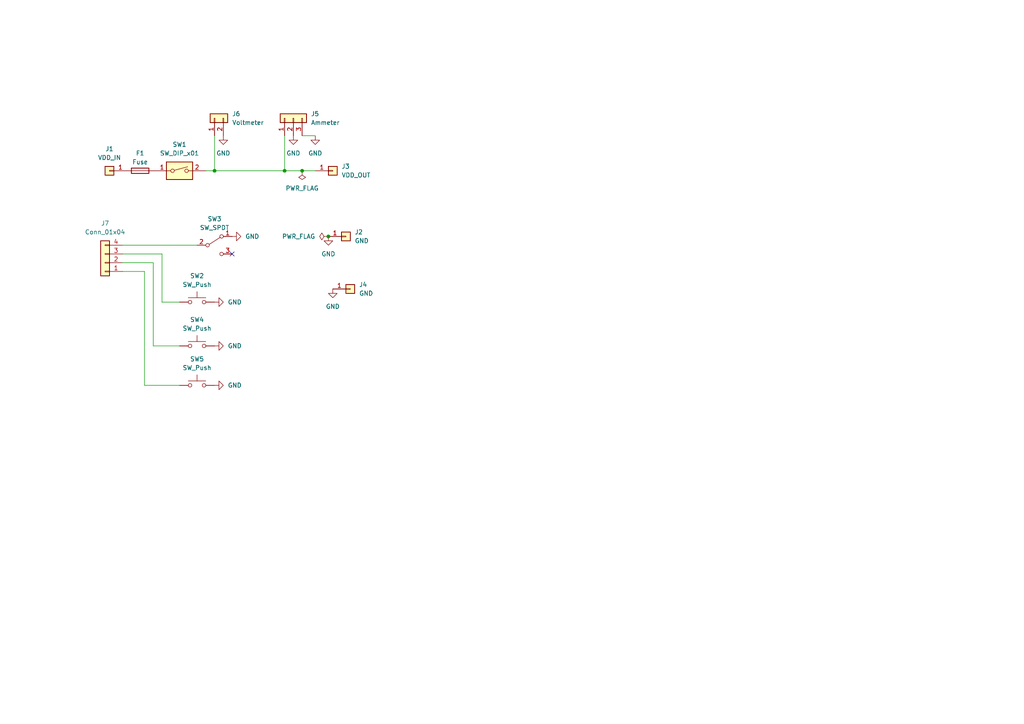
<source format=kicad_sch>
(kicad_sch (version 20230121) (generator eeschema)

  (uuid 88b1ede4-99cb-4604-8dda-0ab246c2fd79)

  (paper "A4")

  (lib_symbols
    (symbol "Connector_Generic:Conn_01x01" (pin_names (offset 1.016) hide) (in_bom yes) (on_board yes)
      (property "Reference" "J" (at 0 2.54 0)
        (effects (font (size 1.27 1.27)))
      )
      (property "Value" "Conn_01x01" (at 0 -2.54 0)
        (effects (font (size 1.27 1.27)))
      )
      (property "Footprint" "" (at 0 0 0)
        (effects (font (size 1.27 1.27)) hide)
      )
      (property "Datasheet" "~" (at 0 0 0)
        (effects (font (size 1.27 1.27)) hide)
      )
      (property "ki_keywords" "connector" (at 0 0 0)
        (effects (font (size 1.27 1.27)) hide)
      )
      (property "ki_description" "Generic connector, single row, 01x01, script generated (kicad-library-utils/schlib/autogen/connector/)" (at 0 0 0)
        (effects (font (size 1.27 1.27)) hide)
      )
      (property "ki_fp_filters" "Connector*:*_1x??_*" (at 0 0 0)
        (effects (font (size 1.27 1.27)) hide)
      )
      (symbol "Conn_01x01_1_1"
        (rectangle (start -1.27 0.127) (end 0 -0.127)
          (stroke (width 0.1524) (type default))
          (fill (type none))
        )
        (rectangle (start -1.27 1.27) (end 1.27 -1.27)
          (stroke (width 0.254) (type default))
          (fill (type background))
        )
        (pin passive line (at -5.08 0 0) (length 3.81)
          (name "Pin_1" (effects (font (size 1.27 1.27))))
          (number "1" (effects (font (size 1.27 1.27))))
        )
      )
    )
    (symbol "Connector_Generic:Conn_01x02" (pin_names (offset 1.016) hide) (in_bom yes) (on_board yes)
      (property "Reference" "J" (at 0 2.54 0)
        (effects (font (size 1.27 1.27)))
      )
      (property "Value" "Conn_01x02" (at 0 -5.08 0)
        (effects (font (size 1.27 1.27)))
      )
      (property "Footprint" "" (at 0 0 0)
        (effects (font (size 1.27 1.27)) hide)
      )
      (property "Datasheet" "~" (at 0 0 0)
        (effects (font (size 1.27 1.27)) hide)
      )
      (property "ki_keywords" "connector" (at 0 0 0)
        (effects (font (size 1.27 1.27)) hide)
      )
      (property "ki_description" "Generic connector, single row, 01x02, script generated (kicad-library-utils/schlib/autogen/connector/)" (at 0 0 0)
        (effects (font (size 1.27 1.27)) hide)
      )
      (property "ki_fp_filters" "Connector*:*_1x??_*" (at 0 0 0)
        (effects (font (size 1.27 1.27)) hide)
      )
      (symbol "Conn_01x02_1_1"
        (rectangle (start -1.27 -2.413) (end 0 -2.667)
          (stroke (width 0.1524) (type default))
          (fill (type none))
        )
        (rectangle (start -1.27 0.127) (end 0 -0.127)
          (stroke (width 0.1524) (type default))
          (fill (type none))
        )
        (rectangle (start -1.27 1.27) (end 1.27 -3.81)
          (stroke (width 0.254) (type default))
          (fill (type background))
        )
        (pin passive line (at -5.08 0 0) (length 3.81)
          (name "Pin_1" (effects (font (size 1.27 1.27))))
          (number "1" (effects (font (size 1.27 1.27))))
        )
        (pin passive line (at -5.08 -2.54 0) (length 3.81)
          (name "Pin_2" (effects (font (size 1.27 1.27))))
          (number "2" (effects (font (size 1.27 1.27))))
        )
      )
    )
    (symbol "Connector_Generic:Conn_01x03" (pin_names (offset 1.016) hide) (in_bom yes) (on_board yes)
      (property "Reference" "J" (at 0 5.08 0)
        (effects (font (size 1.27 1.27)))
      )
      (property "Value" "Conn_01x03" (at 0 -5.08 0)
        (effects (font (size 1.27 1.27)))
      )
      (property "Footprint" "" (at 0 0 0)
        (effects (font (size 1.27 1.27)) hide)
      )
      (property "Datasheet" "~" (at 0 0 0)
        (effects (font (size 1.27 1.27)) hide)
      )
      (property "ki_keywords" "connector" (at 0 0 0)
        (effects (font (size 1.27 1.27)) hide)
      )
      (property "ki_description" "Generic connector, single row, 01x03, script generated (kicad-library-utils/schlib/autogen/connector/)" (at 0 0 0)
        (effects (font (size 1.27 1.27)) hide)
      )
      (property "ki_fp_filters" "Connector*:*_1x??_*" (at 0 0 0)
        (effects (font (size 1.27 1.27)) hide)
      )
      (symbol "Conn_01x03_1_1"
        (rectangle (start -1.27 -2.413) (end 0 -2.667)
          (stroke (width 0.1524) (type default))
          (fill (type none))
        )
        (rectangle (start -1.27 0.127) (end 0 -0.127)
          (stroke (width 0.1524) (type default))
          (fill (type none))
        )
        (rectangle (start -1.27 2.667) (end 0 2.413)
          (stroke (width 0.1524) (type default))
          (fill (type none))
        )
        (rectangle (start -1.27 3.81) (end 1.27 -3.81)
          (stroke (width 0.254) (type default))
          (fill (type background))
        )
        (pin passive line (at -5.08 2.54 0) (length 3.81)
          (name "Pin_1" (effects (font (size 1.27 1.27))))
          (number "1" (effects (font (size 1.27 1.27))))
        )
        (pin passive line (at -5.08 0 0) (length 3.81)
          (name "Pin_2" (effects (font (size 1.27 1.27))))
          (number "2" (effects (font (size 1.27 1.27))))
        )
        (pin passive line (at -5.08 -2.54 0) (length 3.81)
          (name "Pin_3" (effects (font (size 1.27 1.27))))
          (number "3" (effects (font (size 1.27 1.27))))
        )
      )
    )
    (symbol "Connector_Generic:Conn_01x04" (pin_names (offset 1.016) hide) (in_bom yes) (on_board yes)
      (property "Reference" "J" (at 0 5.08 0)
        (effects (font (size 1.27 1.27)))
      )
      (property "Value" "Conn_01x04" (at 0 -7.62 0)
        (effects (font (size 1.27 1.27)))
      )
      (property "Footprint" "" (at 0 0 0)
        (effects (font (size 1.27 1.27)) hide)
      )
      (property "Datasheet" "~" (at 0 0 0)
        (effects (font (size 1.27 1.27)) hide)
      )
      (property "ki_keywords" "connector" (at 0 0 0)
        (effects (font (size 1.27 1.27)) hide)
      )
      (property "ki_description" "Generic connector, single row, 01x04, script generated (kicad-library-utils/schlib/autogen/connector/)" (at 0 0 0)
        (effects (font (size 1.27 1.27)) hide)
      )
      (property "ki_fp_filters" "Connector*:*_1x??_*" (at 0 0 0)
        (effects (font (size 1.27 1.27)) hide)
      )
      (symbol "Conn_01x04_1_1"
        (rectangle (start -1.27 -4.953) (end 0 -5.207)
          (stroke (width 0.1524) (type default))
          (fill (type none))
        )
        (rectangle (start -1.27 -2.413) (end 0 -2.667)
          (stroke (width 0.1524) (type default))
          (fill (type none))
        )
        (rectangle (start -1.27 0.127) (end 0 -0.127)
          (stroke (width 0.1524) (type default))
          (fill (type none))
        )
        (rectangle (start -1.27 2.667) (end 0 2.413)
          (stroke (width 0.1524) (type default))
          (fill (type none))
        )
        (rectangle (start -1.27 3.81) (end 1.27 -6.35)
          (stroke (width 0.254) (type default))
          (fill (type background))
        )
        (pin passive line (at -5.08 2.54 0) (length 3.81)
          (name "Pin_1" (effects (font (size 1.27 1.27))))
          (number "1" (effects (font (size 1.27 1.27))))
        )
        (pin passive line (at -5.08 0 0) (length 3.81)
          (name "Pin_2" (effects (font (size 1.27 1.27))))
          (number "2" (effects (font (size 1.27 1.27))))
        )
        (pin passive line (at -5.08 -2.54 0) (length 3.81)
          (name "Pin_3" (effects (font (size 1.27 1.27))))
          (number "3" (effects (font (size 1.27 1.27))))
        )
        (pin passive line (at -5.08 -5.08 0) (length 3.81)
          (name "Pin_4" (effects (font (size 1.27 1.27))))
          (number "4" (effects (font (size 1.27 1.27))))
        )
      )
    )
    (symbol "Device:Fuse" (pin_numbers hide) (pin_names (offset 0)) (in_bom yes) (on_board yes)
      (property "Reference" "F" (at 2.032 0 90)
        (effects (font (size 1.27 1.27)))
      )
      (property "Value" "Fuse" (at -1.905 0 90)
        (effects (font (size 1.27 1.27)))
      )
      (property "Footprint" "" (at -1.778 0 90)
        (effects (font (size 1.27 1.27)) hide)
      )
      (property "Datasheet" "~" (at 0 0 0)
        (effects (font (size 1.27 1.27)) hide)
      )
      (property "ki_keywords" "fuse" (at 0 0 0)
        (effects (font (size 1.27 1.27)) hide)
      )
      (property "ki_description" "Fuse" (at 0 0 0)
        (effects (font (size 1.27 1.27)) hide)
      )
      (property "ki_fp_filters" "*Fuse*" (at 0 0 0)
        (effects (font (size 1.27 1.27)) hide)
      )
      (symbol "Fuse_0_1"
        (rectangle (start -0.762 -2.54) (end 0.762 2.54)
          (stroke (width 0.254) (type default))
          (fill (type none))
        )
        (polyline
          (pts
            (xy 0 2.54)
            (xy 0 -2.54)
          )
          (stroke (width 0) (type default))
          (fill (type none))
        )
      )
      (symbol "Fuse_1_1"
        (pin passive line (at 0 3.81 270) (length 1.27)
          (name "~" (effects (font (size 1.27 1.27))))
          (number "1" (effects (font (size 1.27 1.27))))
        )
        (pin passive line (at 0 -3.81 90) (length 1.27)
          (name "~" (effects (font (size 1.27 1.27))))
          (number "2" (effects (font (size 1.27 1.27))))
        )
      )
    )
    (symbol "Switch:SW_DIP_x01" (pin_names (offset 0) hide) (in_bom yes) (on_board yes)
      (property "Reference" "SW" (at 0 3.81 0)
        (effects (font (size 1.27 1.27)))
      )
      (property "Value" "SW_DIP_x01" (at 0 -3.81 0)
        (effects (font (size 1.27 1.27)))
      )
      (property "Footprint" "" (at 0 0 0)
        (effects (font (size 1.27 1.27)) hide)
      )
      (property "Datasheet" "~" (at 0 0 0)
        (effects (font (size 1.27 1.27)) hide)
      )
      (property "ki_keywords" "dip switch" (at 0 0 0)
        (effects (font (size 1.27 1.27)) hide)
      )
      (property "ki_description" "1x DIP Switch, Single Pole Single Throw (SPST) switch, small symbol" (at 0 0 0)
        (effects (font (size 1.27 1.27)) hide)
      )
      (property "ki_fp_filters" "SW?DIP?x1*" (at 0 0 0)
        (effects (font (size 1.27 1.27)) hide)
      )
      (symbol "SW_DIP_x01_0_0"
        (circle (center -2.032 0) (radius 0.508)
          (stroke (width 0) (type default))
          (fill (type none))
        )
        (polyline
          (pts
            (xy -1.524 0.127)
            (xy 2.3622 1.1684)
          )
          (stroke (width 0) (type default))
          (fill (type none))
        )
        (circle (center 2.032 0) (radius 0.508)
          (stroke (width 0) (type default))
          (fill (type none))
        )
      )
      (symbol "SW_DIP_x01_0_1"
        (rectangle (start -3.81 2.54) (end 3.81 -2.54)
          (stroke (width 0.254) (type default))
          (fill (type background))
        )
      )
      (symbol "SW_DIP_x01_1_1"
        (pin passive line (at -7.62 0 0) (length 5.08)
          (name "~" (effects (font (size 1.27 1.27))))
          (number "1" (effects (font (size 1.27 1.27))))
        )
        (pin passive line (at 7.62 0 180) (length 5.08)
          (name "~" (effects (font (size 1.27 1.27))))
          (number "2" (effects (font (size 1.27 1.27))))
        )
      )
    )
    (symbol "Switch:SW_Push" (pin_numbers hide) (pin_names (offset 1.016) hide) (in_bom yes) (on_board yes)
      (property "Reference" "SW" (at 1.27 2.54 0)
        (effects (font (size 1.27 1.27)) (justify left))
      )
      (property "Value" "SW_Push" (at 0 -1.524 0)
        (effects (font (size 1.27 1.27)))
      )
      (property "Footprint" "" (at 0 5.08 0)
        (effects (font (size 1.27 1.27)) hide)
      )
      (property "Datasheet" "~" (at 0 5.08 0)
        (effects (font (size 1.27 1.27)) hide)
      )
      (property "ki_keywords" "switch normally-open pushbutton push-button" (at 0 0 0)
        (effects (font (size 1.27 1.27)) hide)
      )
      (property "ki_description" "Push button switch, generic, two pins" (at 0 0 0)
        (effects (font (size 1.27 1.27)) hide)
      )
      (symbol "SW_Push_0_1"
        (circle (center -2.032 0) (radius 0.508)
          (stroke (width 0) (type default))
          (fill (type none))
        )
        (polyline
          (pts
            (xy 0 1.27)
            (xy 0 3.048)
          )
          (stroke (width 0) (type default))
          (fill (type none))
        )
        (polyline
          (pts
            (xy 2.54 1.27)
            (xy -2.54 1.27)
          )
          (stroke (width 0) (type default))
          (fill (type none))
        )
        (circle (center 2.032 0) (radius 0.508)
          (stroke (width 0) (type default))
          (fill (type none))
        )
        (pin passive line (at -5.08 0 0) (length 2.54)
          (name "1" (effects (font (size 1.27 1.27))))
          (number "1" (effects (font (size 1.27 1.27))))
        )
        (pin passive line (at 5.08 0 180) (length 2.54)
          (name "2" (effects (font (size 1.27 1.27))))
          (number "2" (effects (font (size 1.27 1.27))))
        )
      )
    )
    (symbol "Switch:SW_SPDT" (pin_names (offset 0) hide) (in_bom yes) (on_board yes)
      (property "Reference" "SW" (at 0 4.318 0)
        (effects (font (size 1.27 1.27)))
      )
      (property "Value" "SW_SPDT" (at 0 -5.08 0)
        (effects (font (size 1.27 1.27)))
      )
      (property "Footprint" "" (at 0 0 0)
        (effects (font (size 1.27 1.27)) hide)
      )
      (property "Datasheet" "~" (at 0 0 0)
        (effects (font (size 1.27 1.27)) hide)
      )
      (property "ki_keywords" "switch single-pole double-throw spdt ON-ON" (at 0 0 0)
        (effects (font (size 1.27 1.27)) hide)
      )
      (property "ki_description" "Switch, single pole double throw" (at 0 0 0)
        (effects (font (size 1.27 1.27)) hide)
      )
      (symbol "SW_SPDT_0_0"
        (circle (center -2.032 0) (radius 0.508)
          (stroke (width 0) (type default))
          (fill (type none))
        )
        (circle (center 2.032 -2.54) (radius 0.508)
          (stroke (width 0) (type default))
          (fill (type none))
        )
      )
      (symbol "SW_SPDT_0_1"
        (polyline
          (pts
            (xy -1.524 0.254)
            (xy 1.651 2.286)
          )
          (stroke (width 0) (type default))
          (fill (type none))
        )
        (circle (center 2.032 2.54) (radius 0.508)
          (stroke (width 0) (type default))
          (fill (type none))
        )
      )
      (symbol "SW_SPDT_1_1"
        (pin passive line (at 5.08 2.54 180) (length 2.54)
          (name "A" (effects (font (size 1.27 1.27))))
          (number "1" (effects (font (size 1.27 1.27))))
        )
        (pin passive line (at -5.08 0 0) (length 2.54)
          (name "B" (effects (font (size 1.27 1.27))))
          (number "2" (effects (font (size 1.27 1.27))))
        )
        (pin passive line (at 5.08 -2.54 180) (length 2.54)
          (name "C" (effects (font (size 1.27 1.27))))
          (number "3" (effects (font (size 1.27 1.27))))
        )
      )
    )
    (symbol "power:GND" (power) (pin_names (offset 0)) (in_bom yes) (on_board yes)
      (property "Reference" "#PWR" (at 0 -6.35 0)
        (effects (font (size 1.27 1.27)) hide)
      )
      (property "Value" "GND" (at 0 -3.81 0)
        (effects (font (size 1.27 1.27)))
      )
      (property "Footprint" "" (at 0 0 0)
        (effects (font (size 1.27 1.27)) hide)
      )
      (property "Datasheet" "" (at 0 0 0)
        (effects (font (size 1.27 1.27)) hide)
      )
      (property "ki_keywords" "global power" (at 0 0 0)
        (effects (font (size 1.27 1.27)) hide)
      )
      (property "ki_description" "Power symbol creates a global label with name \"GND\" , ground" (at 0 0 0)
        (effects (font (size 1.27 1.27)) hide)
      )
      (symbol "GND_0_1"
        (polyline
          (pts
            (xy 0 0)
            (xy 0 -1.27)
            (xy 1.27 -1.27)
            (xy 0 -2.54)
            (xy -1.27 -1.27)
            (xy 0 -1.27)
          )
          (stroke (width 0) (type default))
          (fill (type none))
        )
      )
      (symbol "GND_1_1"
        (pin power_in line (at 0 0 270) (length 0) hide
          (name "GND" (effects (font (size 1.27 1.27))))
          (number "1" (effects (font (size 1.27 1.27))))
        )
      )
    )
    (symbol "power:PWR_FLAG" (power) (pin_numbers hide) (pin_names (offset 0) hide) (in_bom yes) (on_board yes)
      (property "Reference" "#FLG" (at 0 1.905 0)
        (effects (font (size 1.27 1.27)) hide)
      )
      (property "Value" "PWR_FLAG" (at 0 3.81 0)
        (effects (font (size 1.27 1.27)))
      )
      (property "Footprint" "" (at 0 0 0)
        (effects (font (size 1.27 1.27)) hide)
      )
      (property "Datasheet" "~" (at 0 0 0)
        (effects (font (size 1.27 1.27)) hide)
      )
      (property "ki_keywords" "flag power" (at 0 0 0)
        (effects (font (size 1.27 1.27)) hide)
      )
      (property "ki_description" "Special symbol for telling ERC where power comes from" (at 0 0 0)
        (effects (font (size 1.27 1.27)) hide)
      )
      (symbol "PWR_FLAG_0_0"
        (pin power_out line (at 0 0 90) (length 0)
          (name "pwr" (effects (font (size 1.27 1.27))))
          (number "1" (effects (font (size 1.27 1.27))))
        )
      )
      (symbol "PWR_FLAG_0_1"
        (polyline
          (pts
            (xy 0 0)
            (xy 0 1.27)
            (xy -1.016 1.905)
            (xy 0 2.54)
            (xy 1.016 1.905)
            (xy 0 1.27)
          )
          (stroke (width 0) (type default))
          (fill (type none))
        )
      )
    )
  )

  (junction (at 87.63 49.53) (diameter 0) (color 0 0 0 0)
    (uuid 40b6d751-0823-4501-b46b-b7e27954f099)
  )
  (junction (at 95.25 68.58) (diameter 0) (color 0 0 0 0)
    (uuid 7339ed12-315a-424a-9ab6-fe32728fa25d)
  )
  (junction (at 62.23 49.53) (diameter 0) (color 0 0 0 0)
    (uuid bc580e81-790e-473e-a834-bf9109361caf)
  )
  (junction (at 82.55 49.53) (diameter 0) (color 0 0 0 0)
    (uuid fbc8d847-2c72-4213-b023-1f8589876457)
  )

  (no_connect (at 67.31 73.66) (uuid 7a290e7f-a577-4ccf-99ec-5284625553ae))

  (wire (pts (xy 41.91 78.74) (xy 41.91 111.76))
    (stroke (width 0) (type default))
    (uuid 05fdef9d-6ad4-4267-9274-08e1a5100a1c)
  )
  (wire (pts (xy 87.63 39.37) (xy 91.44 39.37))
    (stroke (width 0) (type default))
    (uuid 1013a744-a37f-452b-82c8-a23e097fabe0)
  )
  (wire (pts (xy 44.45 100.33) (xy 52.07 100.33))
    (stroke (width 0) (type default))
    (uuid 20c1947c-47ca-41ec-a833-b4eee9893820)
  )
  (wire (pts (xy 62.23 39.37) (xy 62.23 49.53))
    (stroke (width 0) (type default))
    (uuid 29c974a4-b36b-46e0-adf7-a016d312c13e)
  )
  (wire (pts (xy 35.56 73.66) (xy 46.99 73.66))
    (stroke (width 0) (type default))
    (uuid 46c975e3-0313-4655-b47a-1fac85871598)
  )
  (wire (pts (xy 82.55 39.37) (xy 82.55 49.53))
    (stroke (width 0) (type default))
    (uuid 4800123f-2814-4d67-9c85-aa32a7bb0ca6)
  )
  (wire (pts (xy 62.23 49.53) (xy 82.55 49.53))
    (stroke (width 0) (type default))
    (uuid 511c6b26-e3fc-4d14-ba27-9288801206f3)
  )
  (wire (pts (xy 35.56 71.12) (xy 57.15 71.12))
    (stroke (width 0) (type default))
    (uuid 696203db-28f4-4b74-8f48-734e616665d7)
  )
  (wire (pts (xy 41.91 111.76) (xy 52.07 111.76))
    (stroke (width 0) (type default))
    (uuid 6a84c644-4fcc-4a73-83dd-c76818590fde)
  )
  (wire (pts (xy 44.45 76.2) (xy 44.45 100.33))
    (stroke (width 0) (type default))
    (uuid 6af39f18-a8ef-46c8-a2ab-771ee220f8d4)
  )
  (wire (pts (xy 46.99 87.63) (xy 52.07 87.63))
    (stroke (width 0) (type default))
    (uuid a464cc51-517f-4a7c-86d4-4b1c35e7ce21)
  )
  (wire (pts (xy 82.55 49.53) (xy 87.63 49.53))
    (stroke (width 0) (type default))
    (uuid b248570f-0e69-4baf-8dc6-85a5ca03d782)
  )
  (wire (pts (xy 87.63 49.53) (xy 91.44 49.53))
    (stroke (width 0) (type default))
    (uuid cbca7e75-39a9-4112-a712-a2076159d750)
  )
  (wire (pts (xy 35.56 78.74) (xy 41.91 78.74))
    (stroke (width 0) (type default))
    (uuid da77350a-35cc-4075-91b6-e99136e51516)
  )
  (wire (pts (xy 35.56 76.2) (xy 44.45 76.2))
    (stroke (width 0) (type default))
    (uuid e4694a55-3063-4242-a631-96283387186d)
  )
  (wire (pts (xy 59.69 49.53) (xy 62.23 49.53))
    (stroke (width 0) (type default))
    (uuid f3fed842-ebdf-4f43-be2c-45f860f3b157)
  )
  (wire (pts (xy 46.99 73.66) (xy 46.99 87.63))
    (stroke (width 0) (type default))
    (uuid fb3a5e27-c97f-4f04-9f10-e64588fc4606)
  )

  (symbol (lib_id "power:PWR_FLAG") (at 95.25 68.58 90) (unit 1)
    (in_bom yes) (on_board yes) (dnp no) (fields_autoplaced)
    (uuid 121523b2-10ef-43ea-ac17-05c694c7c902)
    (property "Reference" "#FLG02" (at 93.345 68.58 0)
      (effects (font (size 1.27 1.27)) hide)
    )
    (property "Value" "PWR_FLAG" (at 91.44 68.58 90)
      (effects (font (size 1.27 1.27)) (justify left))
    )
    (property "Footprint" "" (at 95.25 68.58 0)
      (effects (font (size 1.27 1.27)) hide)
    )
    (property "Datasheet" "~" (at 95.25 68.58 0)
      (effects (font (size 1.27 1.27)) hide)
    )
    (pin "1" (uuid c6f142d9-650d-4462-ba5b-172c51dbd356))
    (instances
      (project "05-PWR"
        (path "/88b1ede4-99cb-4604-8dda-0ab246c2fd79"
          (reference "#FLG02") (unit 1)
        )
      )
    )
  )

  (symbol (lib_id "Device:Fuse") (at 40.64 49.53 90) (unit 1)
    (in_bom yes) (on_board yes) (dnp no) (fields_autoplaced)
    (uuid 1afc3292-9e67-4bd1-922e-4c2f1ef6bf1c)
    (property "Reference" "F1" (at 40.64 44.45 90)
      (effects (font (size 1.27 1.27)))
    )
    (property "Value" "Fuse" (at 40.64 46.99 90)
      (effects (font (size 1.27 1.27)))
    )
    (property "Footprint" "Fuse:Fuseholder_Clip-5x20mm_Keystone_3517_Inline_P23.11x6.76mm_D1.70mm_Horizontal" (at 40.64 51.308 90)
      (effects (font (size 1.27 1.27)) hide)
    )
    (property "Datasheet" "~" (at 40.64 49.53 0)
      (effects (font (size 1.27 1.27)) hide)
    )
    (pin "1" (uuid 8b73f1c2-82ee-4bd9-8f4d-b90137b5c10c))
    (pin "2" (uuid 2e40acf0-d60d-449f-afb3-87432748531b))
    (instances
      (project "05-PWR"
        (path "/88b1ede4-99cb-4604-8dda-0ab246c2fd79"
          (reference "F1") (unit 1)
        )
      )
    )
  )

  (symbol (lib_id "power:GND") (at 64.77 39.37 0) (unit 1)
    (in_bom yes) (on_board yes) (dnp no) (fields_autoplaced)
    (uuid 331f57bd-d232-4c1a-85df-fb8e3e0f38a2)
    (property "Reference" "#PWR03" (at 64.77 45.72 0)
      (effects (font (size 1.27 1.27)) hide)
    )
    (property "Value" "GND" (at 64.77 44.45 0)
      (effects (font (size 1.27 1.27)))
    )
    (property "Footprint" "" (at 64.77 39.37 0)
      (effects (font (size 1.27 1.27)) hide)
    )
    (property "Datasheet" "" (at 64.77 39.37 0)
      (effects (font (size 1.27 1.27)) hide)
    )
    (pin "1" (uuid afe5c2ca-3809-4067-9c5e-bdb8d52cff86))
    (instances
      (project "05-PWR"
        (path "/88b1ede4-99cb-4604-8dda-0ab246c2fd79"
          (reference "#PWR03") (unit 1)
        )
      )
    )
  )

  (symbol (lib_id "Connector_Generic:Conn_01x04") (at 30.48 76.2 180) (unit 1)
    (in_bom yes) (on_board yes) (dnp no) (fields_autoplaced)
    (uuid 3569f6ab-ed80-40bd-89fb-4d46742f7e6f)
    (property "Reference" "J7" (at 30.48 64.77 0)
      (effects (font (size 1.27 1.27)))
    )
    (property "Value" "Conn_01x04" (at 30.48 67.31 0)
      (effects (font (size 1.27 1.27)))
    )
    (property "Footprint" "Connector_JST:JST_XH_B4B-XH-A_1x04_P2.50mm_Vertical" (at 30.48 76.2 0)
      (effects (font (size 1.27 1.27)) hide)
    )
    (property "Datasheet" "~" (at 30.48 76.2 0)
      (effects (font (size 1.27 1.27)) hide)
    )
    (pin "2" (uuid 58323d8a-3b10-4d1f-b62e-1f34d877b328))
    (pin "1" (uuid b7758a25-a6ed-4cc9-a826-fad1888f8b7f))
    (pin "3" (uuid da046584-0926-4eba-a7f2-7a2f2fc50407))
    (pin "4" (uuid ed9d5f60-9f32-4c73-92d9-47d7015184e6))
    (instances
      (project "05-PWR"
        (path "/88b1ede4-99cb-4604-8dda-0ab246c2fd79"
          (reference "J7") (unit 1)
        )
      )
    )
  )

  (symbol (lib_id "Switch:SW_Push") (at 57.15 111.76 0) (unit 1)
    (in_bom yes) (on_board yes) (dnp no) (fields_autoplaced)
    (uuid 36ffa406-2dc4-4f4c-b3c2-a377a542eb71)
    (property "Reference" "SW5" (at 57.15 104.14 0)
      (effects (font (size 1.27 1.27)))
    )
    (property "Value" "SW_Push" (at 57.15 106.68 0)
      (effects (font (size 1.27 1.27)))
    )
    (property "Footprint" "Button_Switch_THT:SW_PUSH_6mm" (at 57.15 106.68 0)
      (effects (font (size 1.27 1.27)) hide)
    )
    (property "Datasheet" "~" (at 57.15 106.68 0)
      (effects (font (size 1.27 1.27)) hide)
    )
    (pin "2" (uuid 6c7c3d27-de8c-4a6e-af04-35985acba01a))
    (pin "1" (uuid 212fc9ec-906f-4091-bf58-823cfc1c3962))
    (instances
      (project "05-PWR"
        (path "/88b1ede4-99cb-4604-8dda-0ab246c2fd79"
          (reference "SW5") (unit 1)
        )
      )
    )
  )

  (symbol (lib_id "Connector_Generic:Conn_01x02") (at 62.23 34.29 90) (unit 1)
    (in_bom yes) (on_board yes) (dnp no) (fields_autoplaced)
    (uuid 3ff450d6-05d6-4e51-a33b-cb2bdf07b344)
    (property "Reference" "J6" (at 67.31 33.02 90)
      (effects (font (size 1.27 1.27)) (justify right))
    )
    (property "Value" "Voltmeter" (at 67.31 35.56 90)
      (effects (font (size 1.27 1.27)) (justify right))
    )
    (property "Footprint" "Connector_PinSocket_2.54mm:PinSocket_1x02_P2.54mm_Vertical" (at 62.23 34.29 0)
      (effects (font (size 1.27 1.27)) hide)
    )
    (property "Datasheet" "~" (at 62.23 34.29 0)
      (effects (font (size 1.27 1.27)) hide)
    )
    (pin "2" (uuid bf9277fb-53f6-416d-96bd-909282e8deed))
    (pin "1" (uuid 2cea5f62-fb96-4b13-9753-343811b13bb0))
    (instances
      (project "05-PWR"
        (path "/88b1ede4-99cb-4604-8dda-0ab246c2fd79"
          (reference "J6") (unit 1)
        )
      )
    )
  )

  (symbol (lib_id "power:GND") (at 85.09 39.37 0) (unit 1)
    (in_bom yes) (on_board yes) (dnp no) (fields_autoplaced)
    (uuid 417af92b-fd73-4357-826b-4bbbbb702f74)
    (property "Reference" "#PWR04" (at 85.09 45.72 0)
      (effects (font (size 1.27 1.27)) hide)
    )
    (property "Value" "GND" (at 85.09 44.45 0)
      (effects (font (size 1.27 1.27)))
    )
    (property "Footprint" "" (at 85.09 39.37 0)
      (effects (font (size 1.27 1.27)) hide)
    )
    (property "Datasheet" "" (at 85.09 39.37 0)
      (effects (font (size 1.27 1.27)) hide)
    )
    (pin "1" (uuid dccf3906-06ca-4016-b172-8e0e9149835f))
    (instances
      (project "05-PWR"
        (path "/88b1ede4-99cb-4604-8dda-0ab246c2fd79"
          (reference "#PWR04") (unit 1)
        )
      )
    )
  )

  (symbol (lib_id "power:GND") (at 95.25 68.58 0) (unit 1)
    (in_bom yes) (on_board yes) (dnp no) (fields_autoplaced)
    (uuid 427c74d5-6a5c-4823-b66b-0821cebd1035)
    (property "Reference" "#PWR01" (at 95.25 74.93 0)
      (effects (font (size 1.27 1.27)) hide)
    )
    (property "Value" "GND" (at 95.25 73.66 0)
      (effects (font (size 1.27 1.27)))
    )
    (property "Footprint" "" (at 95.25 68.58 0)
      (effects (font (size 1.27 1.27)) hide)
    )
    (property "Datasheet" "" (at 95.25 68.58 0)
      (effects (font (size 1.27 1.27)) hide)
    )
    (pin "1" (uuid e8fb5cfc-a764-4aad-96cd-62eb33d09f12))
    (instances
      (project "05-PWR"
        (path "/88b1ede4-99cb-4604-8dda-0ab246c2fd79"
          (reference "#PWR01") (unit 1)
        )
      )
    )
  )

  (symbol (lib_id "Connector_Generic:Conn_01x01") (at 101.6 83.82 0) (unit 1)
    (in_bom yes) (on_board yes) (dnp no) (fields_autoplaced)
    (uuid 579821b8-e1c8-4ae0-a272-bc796562e3e7)
    (property "Reference" "J4" (at 104.14 82.55 0)
      (effects (font (size 1.27 1.27)) (justify left))
    )
    (property "Value" "GND" (at 104.14 85.09 0)
      (effects (font (size 1.27 1.27)) (justify left))
    )
    (property "Footprint" "MountingHole:MountingHole_3.2mm_M3_Pad_Via" (at 101.6 83.82 0)
      (effects (font (size 1.27 1.27)) hide)
    )
    (property "Datasheet" "~" (at 101.6 83.82 0)
      (effects (font (size 1.27 1.27)) hide)
    )
    (pin "1" (uuid 1ba0178c-3958-49bc-a112-0bc4e67dde3e))
    (instances
      (project "05-PWR"
        (path "/88b1ede4-99cb-4604-8dda-0ab246c2fd79"
          (reference "J4") (unit 1)
        )
      )
    )
  )

  (symbol (lib_id "power:PWR_FLAG") (at 87.63 49.53 180) (unit 1)
    (in_bom yes) (on_board yes) (dnp no) (fields_autoplaced)
    (uuid 59493820-92a7-4c01-9b2e-b05c63a80e33)
    (property "Reference" "#FLG01" (at 87.63 51.435 0)
      (effects (font (size 1.27 1.27)) hide)
    )
    (property "Value" "PWR_FLAG" (at 87.63 54.61 0)
      (effects (font (size 1.27 1.27)))
    )
    (property "Footprint" "" (at 87.63 49.53 0)
      (effects (font (size 1.27 1.27)) hide)
    )
    (property "Datasheet" "~" (at 87.63 49.53 0)
      (effects (font (size 1.27 1.27)) hide)
    )
    (pin "1" (uuid c6f142d9-650d-4462-ba5b-172c51dbd356))
    (instances
      (project "05-PWR"
        (path "/88b1ede4-99cb-4604-8dda-0ab246c2fd79"
          (reference "#FLG01") (unit 1)
        )
      )
    )
  )

  (symbol (lib_id "power:GND") (at 67.31 68.58 90) (unit 1)
    (in_bom yes) (on_board yes) (dnp no) (fields_autoplaced)
    (uuid 5c9a4a82-e72e-488d-9d4f-9b8d70ccb05f)
    (property "Reference" "#PWR06" (at 73.66 68.58 0)
      (effects (font (size 1.27 1.27)) hide)
    )
    (property "Value" "GND" (at 71.12 68.58 90)
      (effects (font (size 1.27 1.27)) (justify right))
    )
    (property "Footprint" "" (at 67.31 68.58 0)
      (effects (font (size 1.27 1.27)) hide)
    )
    (property "Datasheet" "" (at 67.31 68.58 0)
      (effects (font (size 1.27 1.27)) hide)
    )
    (pin "1" (uuid 859a8f2f-095e-406f-8d81-1f6fb9ecd2a7))
    (instances
      (project "05-PWR"
        (path "/88b1ede4-99cb-4604-8dda-0ab246c2fd79"
          (reference "#PWR06") (unit 1)
        )
      )
    )
  )

  (symbol (lib_id "power:GND") (at 62.23 111.76 90) (unit 1)
    (in_bom yes) (on_board yes) (dnp no) (fields_autoplaced)
    (uuid 5d115671-fa5d-4d19-b573-e876c0f8171a)
    (property "Reference" "#PWR09" (at 68.58 111.76 0)
      (effects (font (size 1.27 1.27)) hide)
    )
    (property "Value" "GND" (at 66.04 111.76 90)
      (effects (font (size 1.27 1.27)) (justify right))
    )
    (property "Footprint" "" (at 62.23 111.76 0)
      (effects (font (size 1.27 1.27)) hide)
    )
    (property "Datasheet" "" (at 62.23 111.76 0)
      (effects (font (size 1.27 1.27)) hide)
    )
    (pin "1" (uuid d58b2381-a661-4fae-a0de-da70a62a7fa9))
    (instances
      (project "05-PWR"
        (path "/88b1ede4-99cb-4604-8dda-0ab246c2fd79"
          (reference "#PWR09") (unit 1)
        )
      )
    )
  )

  (symbol (lib_id "Switch:SW_SPDT") (at 62.23 71.12 0) (unit 1)
    (in_bom yes) (on_board yes) (dnp no) (fields_autoplaced)
    (uuid 6292c816-7b53-4e55-87e3-a1aca992adb8)
    (property "Reference" "SW3" (at 62.23 63.5 0)
      (effects (font (size 1.27 1.27)))
    )
    (property "Value" "SW_SPDT" (at 62.23 66.04 0)
      (effects (font (size 1.27 1.27)))
    )
    (property "Footprint" "Connector_PinHeader_2.54mm:PinHeader_1x03_P2.54mm_Vertical" (at 62.23 71.12 0)
      (effects (font (size 1.27 1.27)) hide)
    )
    (property "Datasheet" "~" (at 62.23 71.12 0)
      (effects (font (size 1.27 1.27)) hide)
    )
    (pin "2" (uuid 0290234c-9e62-4417-a892-08ea2713515c))
    (pin "1" (uuid cbcabf60-e41b-419e-a04f-7b131e9f9b1b))
    (pin "3" (uuid 52ed4227-a3ca-4bfd-8b73-bed8d9696b95))
    (instances
      (project "05-PWR"
        (path "/88b1ede4-99cb-4604-8dda-0ab246c2fd79"
          (reference "SW3") (unit 1)
        )
      )
    )
  )

  (symbol (lib_id "Switch:SW_DIP_x01") (at 52.07 49.53 0) (unit 1)
    (in_bom yes) (on_board yes) (dnp no) (fields_autoplaced)
    (uuid 8a626139-3d7d-4946-9c1e-e46860d12023)
    (property "Reference" "SW1" (at 52.07 41.91 0)
      (effects (font (size 1.27 1.27)))
    )
    (property "Value" "SW_DIP_x01" (at 52.07 44.45 0)
      (effects (font (size 1.27 1.27)))
    )
    (property "Footprint" "Connector_PinHeader_2.54mm:PinHeader_1x02_P2.54mm_Vertical" (at 52.07 49.53 0)
      (effects (font (size 1.27 1.27)) hide)
    )
    (property "Datasheet" "~" (at 52.07 49.53 0)
      (effects (font (size 1.27 1.27)) hide)
    )
    (pin "1" (uuid 127da0f7-726c-4648-bf67-7ecce19af73c))
    (pin "2" (uuid 42921a0d-e67a-495b-b920-adb8ffcdbd4c))
    (instances
      (project "05-PWR"
        (path "/88b1ede4-99cb-4604-8dda-0ab246c2fd79"
          (reference "SW1") (unit 1)
        )
      )
    )
  )

  (symbol (lib_id "Switch:SW_Push") (at 57.15 87.63 0) (unit 1)
    (in_bom yes) (on_board yes) (dnp no) (fields_autoplaced)
    (uuid 95053312-4eb3-4646-9df4-e51d1d0ec343)
    (property "Reference" "SW2" (at 57.15 80.01 0)
      (effects (font (size 1.27 1.27)))
    )
    (property "Value" "SW_Push" (at 57.15 82.55 0)
      (effects (font (size 1.27 1.27)))
    )
    (property "Footprint" "Button_Switch_THT:SW_PUSH_6mm" (at 57.15 82.55 0)
      (effects (font (size 1.27 1.27)) hide)
    )
    (property "Datasheet" "~" (at 57.15 82.55 0)
      (effects (font (size 1.27 1.27)) hide)
    )
    (pin "2" (uuid 6c7c3d27-de8c-4a6e-af04-35985acba01a))
    (pin "1" (uuid 212fc9ec-906f-4091-bf58-823cfc1c3962))
    (instances
      (project "05-PWR"
        (path "/88b1ede4-99cb-4604-8dda-0ab246c2fd79"
          (reference "SW2") (unit 1)
        )
      )
    )
  )

  (symbol (lib_id "Connector_Generic:Conn_01x01") (at 31.75 49.53 180) (unit 1)
    (in_bom yes) (on_board yes) (dnp no) (fields_autoplaced)
    (uuid a673d7d2-fa07-4a7e-8a20-8eeaf2d76c37)
    (property "Reference" "J1" (at 31.75 43.18 0)
      (effects (font (size 1.27 1.27)))
    )
    (property "Value" "VDD_IN" (at 31.75 45.72 0)
      (effects (font (size 1.27 1.27)))
    )
    (property "Footprint" "MountingHole:MountingHole_3.2mm_M3_Pad_Via" (at 31.75 49.53 0)
      (effects (font (size 1.27 1.27)) hide)
    )
    (property "Datasheet" "~" (at 31.75 49.53 0)
      (effects (font (size 1.27 1.27)) hide)
    )
    (pin "1" (uuid 1ba0178c-3958-49bc-a112-0bc4e67dde3f))
    (instances
      (project "05-PWR"
        (path "/88b1ede4-99cb-4604-8dda-0ab246c2fd79"
          (reference "J1") (unit 1)
        )
      )
    )
  )

  (symbol (lib_id "Connector_Generic:Conn_01x01") (at 100.33 68.58 0) (unit 1)
    (in_bom yes) (on_board yes) (dnp no) (fields_autoplaced)
    (uuid ac9eaf8b-d72a-4eb5-a8f7-39ea3206cb12)
    (property "Reference" "J2" (at 102.87 67.31 0)
      (effects (font (size 1.27 1.27)) (justify left))
    )
    (property "Value" "GND" (at 102.87 69.85 0)
      (effects (font (size 1.27 1.27)) (justify left))
    )
    (property "Footprint" "MountingHole:MountingHole_3.2mm_M3_Pad_Via" (at 100.33 68.58 0)
      (effects (font (size 1.27 1.27)) hide)
    )
    (property "Datasheet" "~" (at 100.33 68.58 0)
      (effects (font (size 1.27 1.27)) hide)
    )
    (pin "1" (uuid 1ba0178c-3958-49bc-a112-0bc4e67dde40))
    (instances
      (project "05-PWR"
        (path "/88b1ede4-99cb-4604-8dda-0ab246c2fd79"
          (reference "J2") (unit 1)
        )
      )
    )
  )

  (symbol (lib_id "power:GND") (at 62.23 100.33 90) (unit 1)
    (in_bom yes) (on_board yes) (dnp no) (fields_autoplaced)
    (uuid d29a4410-f4d5-4db3-a11d-db67bc1775d0)
    (property "Reference" "#PWR08" (at 68.58 100.33 0)
      (effects (font (size 1.27 1.27)) hide)
    )
    (property "Value" "GND" (at 66.04 100.33 90)
      (effects (font (size 1.27 1.27)) (justify right))
    )
    (property "Footprint" "" (at 62.23 100.33 0)
      (effects (font (size 1.27 1.27)) hide)
    )
    (property "Datasheet" "" (at 62.23 100.33 0)
      (effects (font (size 1.27 1.27)) hide)
    )
    (pin "1" (uuid c7a2dd46-d223-45a6-bdea-e1639cd14f53))
    (instances
      (project "05-PWR"
        (path "/88b1ede4-99cb-4604-8dda-0ab246c2fd79"
          (reference "#PWR08") (unit 1)
        )
      )
    )
  )

  (symbol (lib_id "Connector_Generic:Conn_01x03") (at 85.09 34.29 90) (unit 1)
    (in_bom yes) (on_board yes) (dnp no) (fields_autoplaced)
    (uuid dca4b73a-f271-4105-a292-6eb5f16d9700)
    (property "Reference" "J5" (at 90.17 33.02 90)
      (effects (font (size 1.27 1.27)) (justify right))
    )
    (property "Value" "Ammeter" (at 90.17 35.56 90)
      (effects (font (size 1.27 1.27)) (justify right))
    )
    (property "Footprint" "Connector_PinSocket_2.54mm:PinSocket_1x03_P2.54mm_Vertical" (at 85.09 34.29 0)
      (effects (font (size 1.27 1.27)) hide)
    )
    (property "Datasheet" "~" (at 85.09 34.29 0)
      (effects (font (size 1.27 1.27)) hide)
    )
    (pin "1" (uuid 7ec14904-859e-4b27-b716-f9917f3f25d9))
    (pin "2" (uuid dbeaa3b9-3698-49ac-9c30-5190faa43ecc))
    (pin "3" (uuid 3c377b69-fa5a-4b92-bb05-fa9967908222))
    (instances
      (project "05-PWR"
        (path "/88b1ede4-99cb-4604-8dda-0ab246c2fd79"
          (reference "J5") (unit 1)
        )
      )
    )
  )

  (symbol (lib_id "Switch:SW_Push") (at 57.15 100.33 0) (unit 1)
    (in_bom yes) (on_board yes) (dnp no) (fields_autoplaced)
    (uuid dd0e1489-7d6a-4e4c-be19-5947a646f0dd)
    (property "Reference" "SW4" (at 57.15 92.71 0)
      (effects (font (size 1.27 1.27)))
    )
    (property "Value" "SW_Push" (at 57.15 95.25 0)
      (effects (font (size 1.27 1.27)))
    )
    (property "Footprint" "Button_Switch_THT:SW_PUSH_6mm" (at 57.15 95.25 0)
      (effects (font (size 1.27 1.27)) hide)
    )
    (property "Datasheet" "~" (at 57.15 95.25 0)
      (effects (font (size 1.27 1.27)) hide)
    )
    (pin "2" (uuid 6c7c3d27-de8c-4a6e-af04-35985acba01a))
    (pin "1" (uuid 212fc9ec-906f-4091-bf58-823cfc1c3962))
    (instances
      (project "05-PWR"
        (path "/88b1ede4-99cb-4604-8dda-0ab246c2fd79"
          (reference "SW4") (unit 1)
        )
      )
    )
  )

  (symbol (lib_id "power:GND") (at 62.23 87.63 90) (unit 1)
    (in_bom yes) (on_board yes) (dnp no) (fields_autoplaced)
    (uuid f2343106-6e6a-4b9a-b02b-5b2812c5d104)
    (property "Reference" "#PWR07" (at 68.58 87.63 0)
      (effects (font (size 1.27 1.27)) hide)
    )
    (property "Value" "GND" (at 66.04 87.63 90)
      (effects (font (size 1.27 1.27)) (justify right))
    )
    (property "Footprint" "" (at 62.23 87.63 0)
      (effects (font (size 1.27 1.27)) hide)
    )
    (property "Datasheet" "" (at 62.23 87.63 0)
      (effects (font (size 1.27 1.27)) hide)
    )
    (pin "1" (uuid 78143565-2be3-4708-b6d1-e5fa14cd29b3))
    (instances
      (project "05-PWR"
        (path "/88b1ede4-99cb-4604-8dda-0ab246c2fd79"
          (reference "#PWR07") (unit 1)
        )
      )
    )
  )

  (symbol (lib_id "Connector_Generic:Conn_01x01") (at 96.52 49.53 0) (unit 1)
    (in_bom yes) (on_board yes) (dnp no) (fields_autoplaced)
    (uuid f4825aa9-55db-45d3-91f4-7e9484716d33)
    (property "Reference" "J3" (at 99.06 48.26 0)
      (effects (font (size 1.27 1.27)) (justify left))
    )
    (property "Value" "VDD_OUT" (at 99.06 50.8 0)
      (effects (font (size 1.27 1.27)) (justify left))
    )
    (property "Footprint" "MountingHole:MountingHole_3.2mm_M3_Pad_Via" (at 96.52 49.53 0)
      (effects (font (size 1.27 1.27)) hide)
    )
    (property "Datasheet" "~" (at 96.52 49.53 0)
      (effects (font (size 1.27 1.27)) hide)
    )
    (pin "1" (uuid 1ba0178c-3958-49bc-a112-0bc4e67dde41))
    (instances
      (project "05-PWR"
        (path "/88b1ede4-99cb-4604-8dda-0ab246c2fd79"
          (reference "J3") (unit 1)
        )
      )
    )
  )

  (symbol (lib_id "power:GND") (at 91.44 39.37 0) (unit 1)
    (in_bom yes) (on_board yes) (dnp no) (fields_autoplaced)
    (uuid fdd55a4e-8249-4d17-aa9e-3c9726d64237)
    (property "Reference" "#PWR05" (at 91.44 45.72 0)
      (effects (font (size 1.27 1.27)) hide)
    )
    (property "Value" "GND" (at 91.44 44.45 0)
      (effects (font (size 1.27 1.27)))
    )
    (property "Footprint" "" (at 91.44 39.37 0)
      (effects (font (size 1.27 1.27)) hide)
    )
    (property "Datasheet" "" (at 91.44 39.37 0)
      (effects (font (size 1.27 1.27)) hide)
    )
    (pin "1" (uuid 0ef78eec-62c7-47ee-8d78-271d3e5c3ab0))
    (instances
      (project "05-PWR"
        (path "/88b1ede4-99cb-4604-8dda-0ab246c2fd79"
          (reference "#PWR05") (unit 1)
        )
      )
    )
  )

  (symbol (lib_id "power:GND") (at 96.52 83.82 0) (unit 1)
    (in_bom yes) (on_board yes) (dnp no) (fields_autoplaced)
    (uuid fff38949-8a74-488f-886a-a22f48135361)
    (property "Reference" "#PWR02" (at 96.52 90.17 0)
      (effects (font (size 1.27 1.27)) hide)
    )
    (property "Value" "GND" (at 96.52 88.9 0)
      (effects (font (size 1.27 1.27)))
    )
    (property "Footprint" "" (at 96.52 83.82 0)
      (effects (font (size 1.27 1.27)) hide)
    )
    (property "Datasheet" "" (at 96.52 83.82 0)
      (effects (font (size 1.27 1.27)) hide)
    )
    (pin "1" (uuid e8fb5cfc-a764-4aad-96cd-62eb33d09f13))
    (instances
      (project "05-PWR"
        (path "/88b1ede4-99cb-4604-8dda-0ab246c2fd79"
          (reference "#PWR02") (unit 1)
        )
      )
    )
  )

  (sheet_instances
    (path "/" (page "1"))
  )
)

</source>
